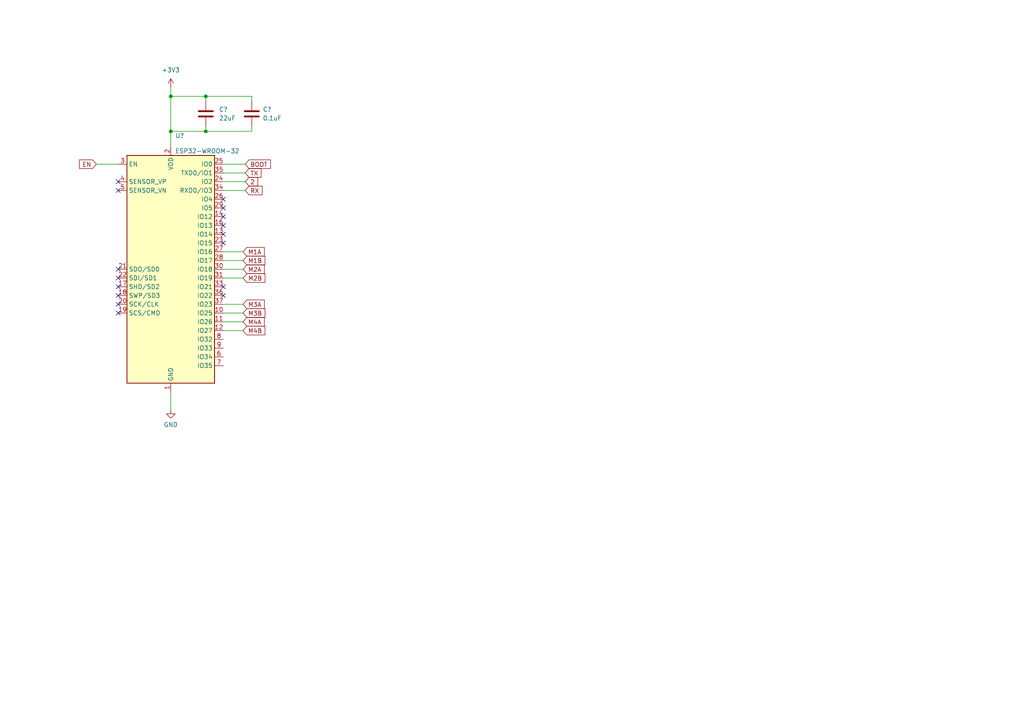
<source format=kicad_sch>
(kicad_sch (version 20211123) (generator eeschema)
  (paper "A4")
  (lib_symbols
    (symbol "Device:C" (pin_numbers hide) (pin_names (offset 0.254))
      (property "Reference" "C" (at 0.635 2.54 0))
      (property "Value" "C" (at 0.635 -2.54 0))
      (symbol "C_0_1"
        (polyline (pts (xy -2.032 -0.762) (xy 2.032 -0.762)) (stroke (width 0.508)))
        (polyline (pts (xy -2.032 0.762) (xy 2.032 0.762)) (stroke (width 0.508)))
      )
      (symbol "C_1_1"
        (pin passive line (at 0 3.81 270) (length 2.794) (name "~") (number "1"))
        (pin passive line (at 0 -3.81 90) (length 2.794) (name "~") (number "2"))
      )
    )
    (symbol "RF_Module:ESP32-WROOM-32"
      (property "Reference" "U" (at -12.7 34.29 0))
      (property "Value" "ESP32-WROOM-32" (at 1.27 34.29 0))
      (symbol "ESP32-WROOM-32_0_1"
        (rectangle (start -12.7 33.02) (end 12.7 -33.02) (stroke (width 0.254)) (fill (type background)))
      )
      (symbol "ESP32-WROOM-32_1_1"
        (pin power_in line (at 0 -35.56 90) (length 2.54) (name "GND") (number "1"))
        (pin bidirectional line (at 15.24 -12.7 180) (length 2.54) (name "IO25") (number "10"))
        (pin bidirectional line (at 15.24 -15.24 180) (length 2.54) (name "IO26") (number "11"))
        (pin bidirectional line (at 15.24 -17.78 180) (length 2.54) (name "IO27") (number "12"))
        (pin bidirectional line (at 15.24 10.16 180) (length 2.54) (name "IO14") (number "13"))
        (pin bidirectional line (at 15.24 15.24 180) (length 2.54) (name "IO12") (number "14"))
        (pin passive line (at 0 -35.56 90) (length 2.54) hide (name "GND") (number "15"))
        (pin bidirectional line (at 15.24 12.7 180) (length 2.54) (name "IO13") (number "16"))
        (pin bidirectional line (at -15.24 -5.08 0) (length 2.54) (name "SHD/SD2") (number "17"))
        (pin bidirectional line (at -15.24 -7.62 0) (length 2.54) (name "SWP/SD3") (number "18"))
        (pin bidirectional line (at -15.24 -12.7 0) (length 2.54) (name "SCS/CMD") (number "19"))
        (pin power_in line (at 0 35.56 270) (length 2.54) (name "VDD") (number "2"))
        (pin bidirectional line (at -15.24 -10.16 0) (length 2.54) (name "SCK/CLK") (number "20"))
        (pin bidirectional line (at -15.24 0 0) (length 2.54) (name "SDO/SD0") (number "21"))
        (pin bidirectional line (at -15.24 -2.54 0) (length 2.54) (name "SDI/SD1") (number "22"))
        (pin bidirectional line (at 15.24 7.62 180) (length 2.54) (name "IO15") (number "23"))
        (pin bidirectional line (at 15.24 25.4 180) (length 2.54) (name "IO2") (number "24"))
        (pin bidirectional line (at 15.24 30.48 180) (length 2.54) (name "IO0") (number "25"))
        (pin bidirectional line (at 15.24 20.32 180) (length 2.54) (name "IO4") (number "26"))
        (pin bidirectional line (at 15.24 5.08 180) (length 2.54) (name "IO16") (number "27"))
        (pin bidirectional line (at 15.24 2.54 180) (length 2.54) (name "IO17") (number "28"))
        (pin bidirectional line (at 15.24 17.78 180) (length 2.54) (name "IO5") (number "29"))
        (pin input line (at -15.24 30.48 0) (length 2.54) (name "EN") (number "3"))
        (pin bidirectional line (at 15.24 0 180) (length 2.54) (name "IO18") (number "30"))
        (pin bidirectional line (at 15.24 -2.54 180) (length 2.54) (name "IO19") (number "31"))
        (pin no_connect line (at -12.7 -27.94 0) (length 2.54) hide (name "NC") (number "32"))
        (pin bidirectional line (at 15.24 -5.08 180) (length 2.54) (name "IO21") (number "33"))
        (pin bidirectional line (at 15.24 22.86 180) (length 2.54) (name "RXD0/IO3") (number "34"))
        (pin bidirectional line (at 15.24 27.94 180) (length 2.54) (name "TXD0/IO1") (number "35"))
        (pin bidirectional line (at 15.24 -7.62 180) (length 2.54) (name "IO22") (number "36"))
        (pin bidirectional line (at 15.24 -10.16 180) (length 2.54) (name "IO23") (number "37"))
        (pin passive line (at 0 -35.56 90) (length 2.54) hide (name "GND") (number "38"))
        (pin passive line (at 0 -35.56 90) (length 2.54) hide (name "GND") (number "39"))
        (pin input line (at -15.24 25.4 0) (length 2.54) (name "SENSOR_VP") (number "4"))
        (pin input line (at -15.24 22.86 0) (length 2.54) (name "SENSOR_VN") (number "5"))
        (pin input line (at 15.24 -25.4 180) (length 2.54) (name "IO34") (number "6"))
        (pin input line (at 15.24 -27.94 180) (length 2.54) (name "IO35") (number "7"))
        (pin bidirectional line (at 15.24 -20.32 180) (length 2.54) (name "IO32") (number "8"))
        (pin bidirectional line (at 15.24 -22.86 180) (length 2.54) (name "IO33") (number "9"))
      )
    )
    (symbol "power:+3.3V" (power) (pin_names (offset 0))
      (property "Value" "+3.3V" (at 0 3.556 0))
      (symbol "+3.3V_0_1"
        (polyline (pts (xy -0.762 1.27) (xy 0 2.54)))
        (polyline (pts (xy 0 0) (xy 0 2.54)))
        (polyline (pts (xy 0 2.54) (xy 0.762 1.27)))
      )
      (symbol "+3.3V_1_1"
        (pin power_in line (at 0 0 90) (length 0) hide (name "+3V3") (number "1"))
      )
    )
    (symbol "power:GND" (power) (pin_names (offset 0))
      (property "Value" "GND" (at 0 -3.81 0))
      (symbol "GND_0_1"
        (polyline (pts (xy 0 0) (xy 0 -1.27) (xy 1.27 -1.27) (xy 0 -2.54) (xy -1.27 -1.27) (xy 0 -1.27)))
      )
      (symbol "GND_1_1"
        (pin power_in line (at 0 0 270) (length 0) hide (name "GND") (number "1"))
      )
    )
  )
  (junction (at 59.69 38.1))
  (junction (at 49.53 38.1))
  (junction (at 59.69 27.94))
  (junction (at 49.53 27.94))
  (no_connect (at 34.29 88.265))
  (no_connect (at 64.77 62.865))
  (no_connect (at 64.77 85.725))
  (no_connect (at 64.77 57.785))
  (no_connect (at 34.29 90.805))
  (no_connect (at 34.29 55.245))
  (no_connect (at 34.29 83.185))
  (no_connect (at 34.29 85.725))
  (no_connect (at 64.77 70.485))
  (no_connect (at 34.29 52.705))
  (no_connect (at 64.77 65.405))
  (no_connect (at 64.77 60.325))
  (no_connect (at 64.77 83.185))
  (no_connect (at 64.77 67.945))
  (no_connect (at 34.29 78.105))
  (no_connect (at 34.29 80.645))
  (wire (pts (xy 70.485 90.805) (xy 64.77 90.805)))
  (wire (pts (xy 64.77 78.105) (xy 70.485 78.105)))
  (wire (pts (xy 49.53 27.94) (xy 49.53 38.1)))
  (wire (pts (xy 71.12 47.625) (xy 64.77 47.625)))
  (wire (pts (xy 70.485 75.565) (xy 64.77 75.565)))
  (wire (pts (xy 73.025 38.1) (xy 73.025 36.83)))
  (wire (pts (xy 64.77 93.345) (xy 70.485 93.345)))
  (wire (pts (xy 71.12 52.705) (xy 64.77 52.705)))
  (wire (pts (xy 70.485 80.645) (xy 64.77 80.645)))
  (wire (pts (xy 73.025 27.94) (xy 59.69 27.94)))
  (wire (pts (xy 64.77 73.025) (xy 70.485 73.025)))
  (wire (pts (xy 71.12 55.245) (xy 64.77 55.245)))
  (wire (pts (xy 59.69 36.83) (xy 59.69 38.1)))
  (wire (pts (xy 59.69 38.1) (xy 73.025 38.1)))
  (wire (pts (xy 59.69 29.21) (xy 59.69 27.94)))
  (wire (pts (xy 64.77 88.265) (xy 70.485 88.265)))
  (wire (pts (xy 59.69 27.94) (xy 49.53 27.94)))
  (wire (pts (xy 73.025 29.21) (xy 73.025 27.94)))
  (wire (pts (xy 71.12 50.165) (xy 64.77 50.165)))
  (wire (pts (xy 27.94 47.625) (xy 34.29 47.625)))
  (wire (pts (xy 70.485 95.885) (xy 64.77 95.885)))
  (wire (pts (xy 49.53 38.1) (xy 49.53 42.545)))
  (wire (pts (xy 49.53 113.665) (xy 49.53 118.745)))
  (wire (pts (xy 49.53 25.4) (xy 49.53 27.94)))
  (wire (pts (xy 49.53 38.1) (xy 59.69 38.1)))
  (global_label "M2A" (shape input) (at 70.485 78.105 0) (property "Intersheet References" "${INTERSHEET_REFS}" (effects hide)))
  (global_label "BOOT" (shape input) (at 71.12 47.625 0) (property "Intersheet References" "${INTERSHEET_REFS}" (effects hide)))
  (global_label "M1B" (shape input) (at 70.485 75.565 0) (property "Intersheet References" "${INTERSHEET_REFS}" (effects hide)))
  (global_label "TX" (shape input) (at 71.12 50.165 0) (property "Intersheet References" "${INTERSHEET_REFS}" (effects hide)))
  (global_label "M2B" (shape input) (at 70.485 80.645 0) (property "Intersheet References" "${INTERSHEET_REFS}" (effects hide)))
  (global_label "2" (shape input) (at 71.12 52.705 0) (property "Intersheet References" "${INTERSHEET_REFS}" (effects hide)))
  (global_label "M3A" (shape input) (at 70.485 88.265 0) (property "Intersheet References" "${INTERSHEET_REFS}" (effects hide)))
  (global_label "M1A" (shape input) (at 70.485 73.025 0) (property "Intersheet References" "${INTERSHEET_REFS}" (effects hide)))
  (global_label "M4A" (shape input) (at 70.485 93.345 0) (property "Intersheet References" "${INTERSHEET_REFS}" (effects hide)))
  (global_label "M3B" (shape input) (at 70.485 90.805 0) (property "Intersheet References" "${INTERSHEET_REFS}" (effects hide)))
  (global_label "M4B" (shape input) (at 70.485 95.885 0) (property "Intersheet References" "${INTERSHEET_REFS}" (effects hide)))
  (global_label "RX" (shape input) (at 71.12 55.245 0) (property "Intersheet References" "${INTERSHEET_REFS}" (effects hide)))
  (global_label "EN" (shape input) (at 27.94 47.625 180) (property "Intersheet References" "${INTERSHEET_REFS}" (effects hide)))
  (symbol (lib_id "Device:C") (at 59.69 33.02 0) (unit 1)
    (property "Reference" "C?" (at 63.5 31.7499 0) (effects (justify left)))
    (property "Value" "22uF" (at 63.5 34.2899 0) (effects (justify left)))
  )
  (symbol (lib_id "RF_Module:ESP32-WROOM-32") (at 49.53 78.105 0) (unit 1)
    (property "Reference" "U?" (at 50.8 39.37 0) (effects (justify left)))
    (property "Value" "ESP32-WROOM-32" (at 50.8 43.815 0) (effects (justify left)))
    (property "Footprint" "RF_Module:ESP32-WROOM-32" (effects hide))
    (property "Datasheet" "https://www.espressif.com/sites/default/files/documentation/esp32-wroom-32_datasheet_en.pdf" (effects hide))
  )
  (symbol (lib_id "power:+3.3V") (at 49.53 25.4 0) (unit 1)
    (property "Reference" "#PWR?" (effects hide))
    (property "Value" "+3.3V" (at 49.53 20.32 0))
  )
  (symbol (lib_id "Device:C") (at 73.025 33.02 0) (unit 1)
    (property "Reference" "C?" (at 76.2 31.7499 0) (effects (justify left)))
    (property "Value" "0.1uF" (at 76.2 34.2899 0) (effects (justify left)))
  )
  (symbol (lib_id "power:GND") (at 49.53 118.745 0) (unit 1)
    (property "Reference" "#PWR?" (effects hide))
    (property "Value" "GND" (at 49.53 123.19 0))
  )
)
</source>
